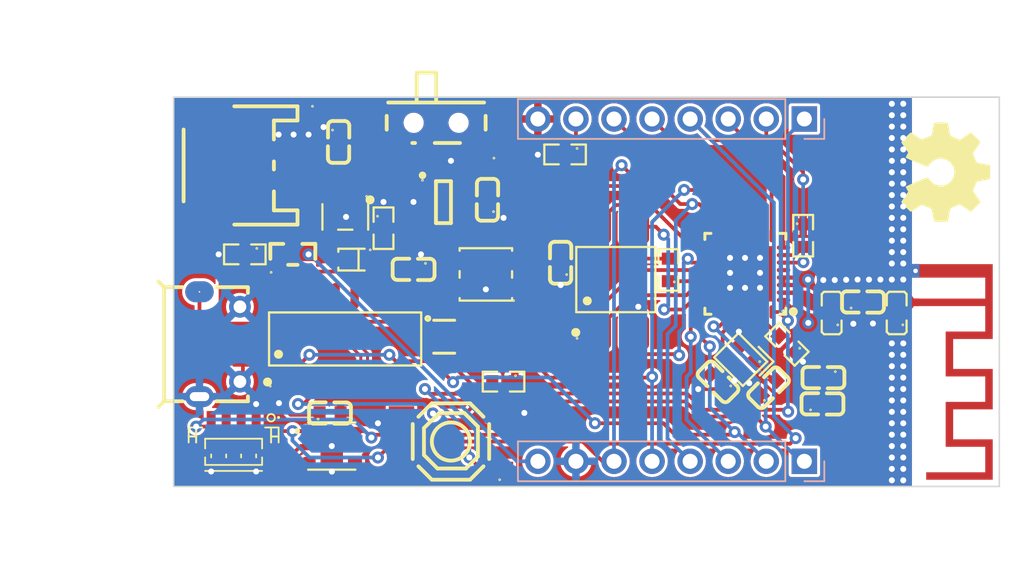
<source format=kicad_pcb>
(kicad_pcb (version 20221018) (generator pcbnew)
  (layers (0 "F.Cu" signal) (31 "B.Cu" signal) (34 "B.Paste" user) (35 "F.Paste" user) (36 "B.SilkS" user "B.Silkscreen") (37 "F.SilkS" user "F.Silkscreen") (38 "B.Mask" user) (39 "F.Mask" user) (44 "Edge.Cuts" user))
  (net 0 "")
  (net 3 "+BATT")
  (net 4 "GND")
  (net 5 "VBUS")
  (net 6 "Net-(D3-K)")
  (net 10 "/UD_N")
  (net 11 "/UD_P")
  (net 12 "Net-(U5-PROG)")
  (net 20 "Net-(U3-EN)")
  (net 21 "+3V3")
  (net 22 "DTR")
  (net 23 "RTS")
  (net 24 "RESET")
  (net 25 "GPIO0")
  (net 33 "Net-(U2-XTAL_OUT)")
  (net 34 "Net-(U2-XTAL_IN)")
  (net 35 "LNA")
  (net 37 "Net-(U2-RES12K)")
  (net 38 "SD_CLK")
  (net 39 "Net-(U2-SDIO_CLK)")
  (net 40 "Net-(U2-CHIP_PU)")
  (net 41 "GPIO15")
  (net 42 "ADC")
  (net 43 "GPIO16")
  (net 44 "GPIO14")
  (net 45 "GPIO12")
  (net 46 "GPIO13")
  (net 47 "GPIO2")
  (net 48 "GPIO4")
  (net 49 "SD_HD")
  (net 50 "SD_WP")
  (net 51 "SD_CS0")
  (net 52 "SD_SO")
  (net 53 "SD_SI")
  (net 54 "GPIO5")
  (net 55 "U0RXD")
  (net 56 "U0TXD")
  (net 57 "NEOPIXEL_OUT")
  (net 58 "ANT")
  (footprint "jlc_footprints:R0603" (layer "F.Cu") (at 98.921283 139.488329 135)
    (fp_text reference "R1" hide)
    (fp_text value "12k")
  )
  (footprint "jlc_footprints:C0603" (layer "F.Cu") (at 104 136.683822)
    (fp_text reference "C6" hide)
    (fp_text value "5.6p")
  )
  (footprint "jlc_footprints:SC-70-6_L2.2-W1.3-P0.65-LS2.1-BR" (layer "F.Cu") (at 76.050038 139 180)
    (fp_text reference "U9" hide)
    (fp_text value "UMH3N")
  )
  (footprint "jlc_footprints:SOT-25-5_L2.9-W1.6-P0.95-LS2.8-BL" (layer "F.Cu") (at 76 130 -90)
    (fp_text reference "U3" hide)
    (fp_text value "AP2112K-3_3TRG1")
  )
  (footprint "jlc_footprints:C0603" (layer "F.Cu") (at 69 126 -90)
    (fp_text reference "C5" hide)
    (fp_text value "4.7u")
  )
  (footprint "jlc_footprints:R0603" (layer "F.Cu") (at 62.746634 133.5 180)
    (fp_text reference "R7" hide)
    (fp_text value "10k")
  )
  (footprint "jlc_footprints:R0603" (layer "F.Cu") (at 80.01 142 180)
    (fp_text reference "R5" hide)
    (fp_text value "10k")
  )
  (footprint "jlc_footprints:R0603" (layer "F.Cu") (at 84.115415 126.826909 180)
    (fp_text reference "R6" hide)
    (fp_text value "10k")
  )
  (footprint "jlc_footprints:C0603" (layer "F.Cu") (at 74 134.5 180)
    (fp_text reference "C7" hide)
    (fp_text value "1u")
  )
  (footprint "jlc_footprints:SOT-23_L2.9-W1.3-P1.90-LS2.4-BR" (layer "F.Cu") (at 65.950013 133.5 -90)
    (fp_text reference "Q1" hide)
    (fp_text value "AO3401A")
  )
  (footprint "jlc_footprints:SW-SMD_MK-12C02-G020" (layer "F.Cu") (at 75.51288 125.067438 180)
    (fp_text reference "U6" hide)
    (fp_text value "MK-12C02-G020")
  )
  (footprint "jlc_footprints:L0603" (layer "F.Cu") (at 106.250376 137.408299 90)
    (fp_text reference "L2" hide)
    (fp_text value "DNP")
  )
  (footprint "jlc_footprints:C0603" (layer "F.Cu") (at 97.69768 142.405213 45)
    (fp_text reference "C4" hide)
    (fp_text value "10p")
  )
  (footprint "jlc_footprints:C0603" (layer "F.Cu") (at 101.346 141.732 180)
    (fp_text reference "C2" hide)
    (fp_text value "100n")
  )
  (footprint "jlc_footprints:QFN-32_L5.0-W5.0-P0.50-BL-EP3.7" (layer "F.Cu") (at 96.143101 134.800144 90)
    (fp_text reference "U2" hide)
    (fp_text value "ESP8266EX")
  )
  (footprint "jlc_footprints:L0603" (layer "F.Cu") (at 101.911205 137.411112 90)
    (fp_text reference "L1" hide)
    (fp_text value "DNP")
  )
  (footprint "jlc_footprints:R0603" (layer "F.Cu") (at 91.001299 134.538735 90)
    (fp_text reference "R2" hide)
    (fp_text value "200")
  )
  (footprint "RF_Antenna:Texas_SWRA117D_2.4GHz_Right" (layer "F.Cu") (at 107.5 136.703268 -90)
    (fp_text reference "E2" hide)
    (fp_text value "Antenna_Trace")
  )
  (footprint "jlc_footprints:CONN-SMD_BM04B-SRSS-TB" (layer "F.Cu") (at 62 146 180)
    (fp_text reference "REF1" hide)
    (fp_text value "BM04B-SRSS-TB(LF)(SN)")
  )
  (footprint "jlc_footprints:C0603" (layer "F.Cu") (at 94.318168 142.005008 135)
    (fp_text reference "C3" hide)
    (fp_text value "10p")
  )
  (footprint "jlc_footprints:SOD-323_L1.8-W1.3-LS2.5-RD" (layer "F.Cu") (at 69.88864 133.850236 180)
    (fp_text reference "D3" hide)
    (fp_text value "BAT20JFILM")
  )
  (footprint "jlc_footprints:R0603" (layer "F.Cu") (at 100 132.253366 -90)
    (fp_text reference "R3" hide)
    (fp_text value "10k")
  )
  (footprint "jlc_footprints:SW-SMD_4P-L5.1-W5.1-P3.70-LS6.5-TL-2" (layer "F.Cu") (at 76.5 146 180)
    (fp_text reference "U10" hide)
    (fp_text value "TS-1187A-B-A-B")
  )
  (footprint "jlc_footprints:C0603" (layer "F.Cu") (at 68.436228 144.100254)
    (fp_text reference "C8" hide)
    (fp_text value "100n")
  )
  (footprint "Symbol:OSHW-Symbol_6.7x6mm_SilkScreen" (layer "F.Cu") (at 109.5 128 -90)
    (fp_text reference "OSHW1" hide)
    (fp_text value "github.com/besi/stepomatic" hide)
  )
  (footprint "jlc_footprints:SOIC-8_L5.3-W5.3-P1.27-LS8.0-BL" (layer "F.Cu") (at 87.5 135.183822)
    (fp_text reference "U11" hide)
    (fp_text value "W25Q128JVSIQTR" hide)
  )
  (footprint "jlc_footprints:SENSOR-SMD_HDC1080DMBR" (layer "F.Cu") (at 68.547498 146.304)
    (fp_text reference "U4" hide)
    (fp_text value "HDC1080DMBR")
  )
  (footprint "jlc_footprints:CONN-SMD_P2.00_S2B-PH-SM4-TB-LF-SN" (layer "F.Cu") (at 63.035907 127.562541 -90)
    (fp_text reference "U7" hide)
    (fp_text value "S2B-PH-SM4-TB(LF)(SN)")
  )
  (footprint "jlc_footprints:MICRO-USB-SMD_1050171001" (layer "F.Cu") (at 61.170096 139.5 -90)
    (fp_text reference "JP1" hide)
    (fp_text value "USB_B_Micro")
  )
  (footprint "jlc_footprints:C0603" (layer "F.Cu") (at 101.296852 143.487695)
    (fp_text reference "C1" hide)
    (fp_text value "10u")
  )
  (footprint "jlc_footprints:C0603" (layer "F.Cu") (at 78.93893 129.848327 90)
    (fp_text reference "C9" hide)
    (fp_text value "2.2u")
  )
  (footprint "jlc_footprints:LED-SMD_4P-L3.5-W3.5-BR_SK6812MINI-HS" (layer "F.Cu") (at 78.829171 134.839072)
    (fp_text reference "U8" hide)
    (fp_text value "SK6812MINI-HS")
  )
  (footprint "jlc_footprints:CRYSTAL-SMD_4P-L2.0-W1.6-BL" (layer "F.Cu") (at 95.830055 140.522766 135)
    (fp_text reference "Y1" hide)
    (fp_text value "26Mhz")
  )
  (footprint "jlc_footprints:SOT-23-5_L3.0-W1.7-P0.95-LS2.8-BL" (layer "F.Cu") (at 69.449962 131 180)
    (fp_text reference "U5" hide)
    (fp_text value "MCP73831T-2ACI_OT")
  )
  (footprint "jlc_footprints:SOP-16_L10.0-W3.9-P1.27-LS6.0-BL" (layer "F.Cu") (at 69.438663 139.151129)
    (fp_text reference "U13" hide)
    (fp_text value "CH340C")
  )
  (footprint "jlc_footprints:C0603" (layer "F.Cu") (at 83.82 134.050025 90)
    (fp_text reference "C10" hide)
    (fp_text value "100n")
  )
  (footprint "jlc_footprints:R0603" (layer "F.Cu") (at 72 131.753366 -90)
    (fp_text reference "R4" hide)
    (fp_text value "2k")
  )
  (footprint "Connector_PinHeader_2.54mm:PinHeader_1x08_P2.54mm_Vertical" (layer "B.Cu") (at 100.08 147.32 90)
    (fp_text reference "J2" hide)
    (fp_text value "Conn_01x08")
  )
  (footprint "Connector_PinHeader_2.54mm:PinHeader_1x08_P2.54mm_Vertical" (layer "B.Cu") (at 100.08 124.46 90)
    (fp_text reference "J1" hide)
    (fp_text value "Conn_01x08")
  )
  (gr_rect (start 58 123) (end 113.092933 149) (stroke (width 0.1)) (fill none) (layer "Edge.Cuts"))
  (segment (start 69.449962 130.949962) (end 69.5 131) (width 0.25) (layer "F.Cu") (net 4))
  (segment (start 64.23749 147.26251) (end 63.5 148) (width 0.25) (layer "F.Cu") (net 4))
  (segment (start 60.019855 140.799848) (end 59.720134 140.500127) (width 0.25) (layer "F.Cu") (net 4))
  (segment (start 59.720134 140.500127) (end 59.720134 138.499873) (width 0.25) (layer "F.Cu") (net 4))
  (segment (start 93.000012 142.5) (end 93 142.500012) (width 0.25) (layer "F.Cu") (net 4))
  (segment (start 65.960977 126.562541) (end 65.960977 125.539023) (width 0.25) (layer "F.Cu") (net 4))
  (segment (start 72.258191 144.149809) (end 71.628 144.78) (width 0.25) (layer "F.Cu") (net 4))
  (segment (start 95.723908 138.674641) (end 95.723908 139.638928) (width 0.25) (layer "F.Cu") (net 4))
  (segment (start 61.993268 133.5) (end 61 133.5) (width 0.25) (layer "F.Cu") (net 4))
  (segment (start 99.453993 140.133331) (end 99.988737 140.668075) (width 0.25) (layer "F.Cu") (net 4))
  (segment (start 94.81316 142.5) (end 95.39176 141.9214) (width 0.25) (layer "F.Cu") (net 4))
  (segment (start 65.960977 125.539023) (end 66 125.5) (width 0.25) (layer "F.Cu") (net 4))
  (segment (start 107.5 134.603268) (end 109.700234 134.603268) (width 0.25) (layer "F.Cu") (net 4))
  (segment (start 63.5 144.73749) (end 63.5 143.5) (width 0.25) (layer "F.Cu") (net 4))
  (segment (start 64.993654 143.406047) (end 65.025452 143.437845) (width 0.25) (layer "F.Cu") (net 4))
  (segment (start 68.547371 146.304) (end 68.547371 147.99935) (width 0.25) (layer "F.Cu") (net 4))
  (segment (start 64.799975 147.26251) (end 64.23749 147.26251) (width 0.25) (layer "F.Cu") (net 4))
  (segment (start 67 146.304) (end 66.469698 146.304) (width 0.25) (layer "F.Cu") (net 4))
  (segment (start 62.620058 141.800102) (end 62.42016 142) (width 0.25) (layer "F.Cu") (net 4))
  (segment (start 82.314826 126.826909) (end 82.29747 126.844265) (width 0.25) (layer "F.Cu") (net 4))
  (segment (start 89.405004 137.405004) (end 89 137) (width 0.25) (layer "F.Cu") (net 4))
  (segment (start 77.762944 126.558167) (end 77.195833 126.558167) (width 0.25) (layer "F.Cu") (net 4))
  (segment (start 62.620058 140.799848) (end 60.019855 140.799848) (width 0.25) (layer "F.Cu") (net 4))
  (segment (start 79.799975 144.149784) (end 81.337301 144.149784) (width 0.25) (layer "F.Cu") (net 4))
  (segment (start 80.27926 135.739123) (end 78.92912 135.739123) (width 0.25) (layer "F.Cu") (net 4))
  (segment (start 67.615977 144.22048) (end 65.808087 144.22048) (width 0.25) (layer "F.Cu") (net 4))
  (segment (start 59.76251 147.26251) (end 60.5 148) (width 0.25) (layer "F.Cu") (net 4))
  (segment (start 95.936202 141.406604) (end 95.421406 141.9214) (width 0.25) (layer "F.Cu") (net 4))
  (segment (start 81.337301 144.149784) (end 81.396845 144.09024) (width 0.25) (layer "F.Cu") (net 4))
  (segment (start 65.960977 126.562541) (end 65.960977 126.460977) (width 0.25) (layer "F.Cu") (net 4))
  (segment (start 74.000533 129.999467) (end 74 130) (width 0.25) (layer "F.Cu") (net 4))
  (segment (start 73.200025 144.149809) (end 72.258191 144.149809) (width 0.25) (layer "F.Cu") (net 4))
  (segment (start 83.362049 126.826909) (end 82.314826 126.826909) (width 0.25) (layer "F.Cu") (net 4))
  (segment (start 66.469698 146.304) (end 65.511188 147.26251) (width 0.25) (layer "F.Cu") (net 4))
  (segment (start 107.171268 134.603268) (end 106.68 134.112) (width 0.25) (layer "F.Cu") (net 4))
  (segment (start 83.82 134.75005) (end 83.82 135.550025) (width 0.25) (layer "F.Cu") (net 4))
  (segment (start 67 146.304) (end 68.547371 146.304) (width 0.25) (layer "F.Cu") (net 4))
  (segment (start 77.195833 126.558167) (end 76.5 127.254) (width 0.25) (layer "F.Cu") (net 4))
  (segment (start 62.620058 140.799848) (end 62.620058 141.800102) (width 0.25) (layer "F.Cu") (net 4))
  (segment (start 65.960977 126.539023) (end 67 125.5) (width 0.25) (layer "F.Cu") (net 4))
  (segment (start 65.960977 126.460977) (end 65 125.5) (width 0.25) (layer "F.Cu") (net 4))
  (segment (start 59.200025 147.26251) (end 59.76251 147.26251) (width 0.25) (layer "F.Cu") (net 4))
  (segment (start 97.202688 142.900205) (end 96.401241 142.098759) (width 0.25) (layer "F.Cu") (net 4))
  (segment (start 69 125.299975) (end 68.299975 125.299975) (width 0.25) (layer "F.Cu") (net 4))
  (segment (start 95.936202 141.406604) (end 95.936202 141.633719) (width 0.25) (layer "F.Cu") (net 4))
  (segment (start 89.405004 138.713921) (end 89.405004 137.405004) (width 0.25) (layer "F.Cu") (net 4))
  (segment (start 95.39176 141.9214) (end 95.421406 141.9214) (width 0.25) (layer "F.Cu") (net 4))
  (segment (start 59.720134 136) (end 59.720134 138.499873) (width 0.25) (layer "F.Cu") (net 4))
  (segment (start 78.93893 130.548352) (end 79.494352 130.548352) (width 0.25) (layer "F.Cu") (net 4))
  (segment (start 74.700025 133.700025) (end 74.5 133.5) (width 0.25) (layer "F.Cu") (net 4))
  (segment (start 67.736203 144.100254) (end 67.615977 144.22048) (width 0.25) (layer "F.Cu") (net 4))
  (segment (start 107.5 134.603268) (end 107.171268 134.603268) (width 0.25) (layer "F.Cu") (net 4))
  (segment (start 65.511188 147.26251) (end 64.799975 147.26251) (width 0.25) (layer "F.Cu") (net 4))
  (segment (start 65.960977 126.562541) (end 65.960977 126.539023) (width 0.25) (layer "F.Cu") (net 4))
  (segment (start 79.494352 130.548352) (end 80.01 131.064) (width 0.25) (layer "F.Cu") (net 4))
  (segment (start 68.299975 125.299975) (end 68 125) (width 0.25) (layer "F.Cu") (net 4))
  (segment (start 65.808087 144.22048) (end 65.025452 143.437845) (width 0.25) (layer "F.Cu") (net 4))
  (segment (start 78.92912 135.739123) (end 78.829171 135.839072) (width 0.25) (layer "F.Cu") (net 4))
  (segment (start 74.700025 129.999467) (end 74.000533 129.999467) (width 0.25) (layer "F.Cu") (net 4))
  (segment (start 95.936202 141.633719) (end 96.401241 142.098759) (width 0.25) (layer "F.Cu") (net 4))
  (segment (start 69.449962 129.84633) (end 69.449962 130.949962) (width 0.25) (layer "F.Cu") (net 4))
  (segment (start 99.453993 140.021039) (end 99.453993 140.133331) (width 0.25) (layer "F.Cu") (net 4))
  (segment (start 74.700025 134.5) (end 74.700025 133.700025) (width 0.25) (layer "F.Cu") (net 4))
  (segment (start 72 131) (end 72 130) (width 0.25) (layer "F.Cu") (net 4))
  (segment (start 95.710963 138.661696) (end 95.723908 138.674641) (width 0.25) (layer "F.Cu") (net 4))
  (segment (start 94.81316 142.5) (end 93.000012 142.5) (width 0.25) (layer "F.Cu") (net 4))
  (segment (start 68.547371 147.99935) (end 68.555549 148.007528) (width 0.25) (layer "F.Cu") (net 4))
  (segment (start 64.993654 142.023621) (end 64.993654 143.406047) (width 0.25) (layer "F.Cu") (net 4))
  (via (at 68 125) (size 0.8) (drill 0.4) (layers "F.Cu" "B.Cu") (net 4))
  (via (at 105.918 135.183012) (size 0.8) (drill 0.4) (layers "F.Cu" "B.Cu") (net 4))
  (via (at 89 137) (size 0.8) (drill 0.4) (layers "F.Cu" "B.Cu") (net 4))
  (via (at 106.68 128.778) (size 0.8) (drill 0.4) (layers "F.Cu" "B.Cu") (net 4))
  (via (at 105.918 143.256) (size 0.8) (drill 0.4) (layers "F.Cu" "B.Cu") (net 4))
  (via (at 105.918 144.018) (size 0.8) (drill 0.4) (layers "F.Cu" "B.Cu") (net 4))
  (via (at 106.68 141.732) (size 0.8) (drill 0.4) (layers "F.Cu" "B.Cu") (net 4))
  (via (at 63.5 143.5) (size 0.8) (drill 0.4) (layers "F.Cu" "B.Cu") (net 4))
  (via (at 74 130) (size 0.8) (drill 0.4) (layers "F.Cu" "B.Cu") (net 4))
  (via (at 97.121964 135.73606) (size 0.8) (drill 0.4) (layers "F.Cu" "B.Cu") (net 4))
  (via (at 105.918 123.444) (size 0.8) (drill 0.4) (layers "F.Cu" "B.Cu") (net 4))
  (via (at 105.918 139.446) (size 0.8) (drill 0.4) (layers "F.Cu" "B.Cu") (net 4))
  (via (at 83.82 135.550025) (size 0.8) (drill 0.4) (layers "F.Cu" "B.Cu") (net 4))
  (via (at 106.68 126.492) (size 0.8) (drill 0.4) (layers "F.Cu" "B.Cu") (net 4))
  (via (at 102.108 135.216567) (size 0.8) (drill 0.4) (layers "F.Cu" "B.Cu") (net 4))
  (via (at 81.396845 144.09024) (size 0.8) (drill 0.4) (layers "F.Cu" "B.Cu") (net 4))
  (via (at 95.421406 141.9214) (size 0.8) (drill 0.4) (layers "F.Cu" "B.Cu") (net 4))
  (via (at 105.918 147.066) (size 0.8) (drill 0.4) (layers "F.Cu" "B.Cu") (net 4))
  (via (at 106.68 135.183012) (size 0.8) (drill 0.4) (layers "F.Cu" "B.Cu") (net 4))
  (via (at 80.01 131.064) (size 0.8) (drill 0.4) (layers "F.Cu" "B.Cu") (net 4))
  (via (at 105.918 128.778) (size 0.8) (drill 0.4) (layers "F.Cu" "B.Cu") (net 4))
  (via (at 74.5 133.5) (size 0.8) (drill 0.4) (layers "F.Cu" "B.Cu") (net 4))
  (via (at 95.710963 138.661696) (size 0.8) (drill 0.4) (layers "F.Cu" "B.Cu") (net 4))
  (via (at 93 142.500012) (size 0.8) (drill 0.4) (layers "F.Cu" "B.Cu") (net 4))
  (via (at 105.918 131.064) (size 0.8) (drill 0.4) (layers "F.Cu" "B.Cu") (net 4))
  (via (at 106.68 144.018) (size 0.8) (drill 0.4) (layers "F.Cu" "B.Cu") (net 4))
  (via (at 106.68 124.206) (size 0.8) (drill 0.4) (layers "F.Cu" "B.Cu") (net 4))
  (via (at 95.121964 135.73606) (size 0.8) (drill 0.4) (layers "F.Cu" "B.Cu") (net 4))
  (via (at 106.68 147.066) (size 0.8) (drill 0.4) (layers "F.Cu" "B.Cu") (net 4))
  (via (at 105.918 133.35) (size 0.8) (drill 0.4) (layers "F.Cu" "B.Cu") (net 4))
  (via (at 105.918 144.78) (size 0.8) (drill 0.4) (layers "F.Cu" "B.Cu") (net 4))
  (via (at 105.918 140.97) (size 0.8) (drill 0.4) (layers "F.Cu" "B.Cu") (net 4))
  (via (at 103.632 135.183012) (size 0.8) (drill 0.4) (layers "F.Cu" "B.Cu") (net 4))
  (via (at 105.918 134.112) (size 0.8) (drill 0.4) (layers "F.Cu" "B.Cu") (net 4))
  (via (at 106.68 132.588) (size 0.8) (drill 0.4) (layers "F.Cu" "B.Cu") (net 4))
  (via (at 61 133.5) (size 0.8) (drill 0.4) (layers "F.Cu" "B.Cu") (net 4))
  (via (at 106.68 131.826) (size 0.8) (drill 0.4) (layers "F.Cu" "B.Cu") (net 4))
  (via (at 106.68 129.54) (size 0.8) (drill 0.4) (layers "F.Cu" "B.Cu") (net 4))
  (via (at 105.918 124.968) (size 0.8) (drill 0.4) (layers "F.Cu" "B.Cu") (net 4))
  (via (at 68.547498 146.304) (size 0.8) (drill 0.4) (layers "F.Cu" "B.Cu") (net 4))
  (via (at 105.918 124.206) (size 0.8) (drill 0.4) (layers "F.Cu" "B.Cu") (net 4))
  (via (at 106.68 145.542) (size 0.8) (drill 0.4) (layers "F.Cu" "B.Cu") (net 4))
  (via (at 106.68 142.494) (size 0.8) (drill 0.4) (layers "F.Cu" "B.Cu") (net 4))
  (via (at 105.918 141.732) (size 0.8) (drill 0.4) (layers "F.Cu" "B.Cu") (net 4))
  (via (at 106.68 127.254) (size 0.8) (drill 0.4) (layers "F.Cu" "B.Cu") (net 4))
  (via (at 96.121964 135.73606) (size 0.8) (drill 0.4) (layers "F.Cu" "B.Cu") (net 4))
  (via (at 76.5 127.254) (size 0.8) (drill 0.4) (layers "F.Cu" "B.Cu") (net 4))
  (via (at 69.5 131) (size 0.8) (drill 0.4) (layers "F.Cu" "B.Cu") (net 4))
  (via (at 105.918 132.588) (size 0.8) (drill 0.4) (layers "F.Cu" "B.Cu") (net 4))
  (via (at 106.68 125.73) (size 0.8) (drill 0.4) (layers "F.Cu" "B.Cu") (net 4))
  (via (at 105.918 148.59) (size 0.8) (drill 0.4) (layers "F.Cu" "B.Cu") (net 4))
  (via (at 65.025452 143.437845) (size 0.8) (drill 0.4) (layers "F.Cu" "B.Cu") (net 4))
  (via (at 105.918 131.826) (size 0.8) (drill 0.4) (layers "F.Cu" "B.Cu") (net 4))
  (via (at 106.68 144.78) (size 0.8) (drill 0.4) (layers "F.Cu" "B.Cu") (net 4))
  (via (at 106.68 133.35) (size 0.8) (drill 0.4) (layers "F.Cu" "B.Cu") (net 4))
  (via (at 106.68 134.112) (size 0.8) (drill 0.4) (layers "F.Cu" "B.Cu") (net 4))
  (via (at 101.346 135.216567) (size 0.8) (drill 0.4) (layers "F.Cu" "B.Cu") (net 4))
  (via (at 63.5 148) (size 0.8) (drill 0.4) (layers "F.Cu" "B.Cu") (net 4))
  (via (at 105.918 146.304) (size 0.8) (drill 0.4) (layers "F.Cu" "B.Cu") (net 4))
  (via (at 96.121964 133.73606) (size 0.8) (drill 0.4) (layers "F.Cu" "B.Cu") (net 4))
  (via (at 105.918 127.254) (size 0.8) (drill 0.4) (layers "F.Cu" "B.Cu") (net 4))
  (via (at 105.918 147.828) (size 0.8) (drill 0.4) (layers "F.Cu" "B.Cu") (net 4))
  (via (at 105.918 128.016) (size 0.8) (drill 0.4) (layers "F.Cu" "B.Cu") (net 4))
  (via (at 105.918 126.492) (size 0.8) (drill 0.4) (layers "F.Cu" "B.Cu") (net 4))
  (via (at 106.68 123.444) (size 0.8) (drill 0.4) (layers "F.Cu" "B.Cu") (net 4))
  (via (at 106.68 140.97) (size 0.8) (drill 0.4) (layers "F.Cu" "B.Cu") (net 4))
  (via (at 106.68 140.208) (size 0.8) (drill 0.4) (layers "F.Cu" "B.Cu") (net 4))
  (via (at 105.918 125.73) (size 0.8) (drill 0.4) (layers "F.Cu" "B.Cu") (net 4))
  (via (at 106.68 147.828) (size 0.8) (drill 0.4) (layers "F.Cu" "B.Cu") (net 4))
  (via (at 82.29747 126.844265) (size 0.8) (drill 0.4) (layers "F.Cu" "B.Cu") (net 4))
  (via (at 72 130) (size 0.8) (drill 0.4) (layers "F.Cu" "B.Cu") (net 4))
  (via (at 106.68 148.59) (size 0.8) (drill 0.4) (layers "F.Cu" "B.Cu") (net 4))
  (via (at 106.68 128.016) (size 0.8) (drill 0.4) (layers "F.Cu" "B.Cu") (net 4))
  (via (at 60.5 148) (size 0.8) (drill 0.4) (layers "F.Cu" "B.Cu") (net 4))
  (via (at 95.121964 134.73606) (size 0.8) (drill 0.4) (layers "F.Cu" "B.Cu") (net 4))
  (via (at 106.68 146.304) (size 0.8) (drill 0.4) (layers "F.Cu" "B.Cu") (net 4))
  (via (at 105.156 135.183012) (size 0.8) (drill 0.4) (layers "F.Cu" "B.Cu") (net 4))
  (via (at 104.658152 138.119042) (size 0.8) (drill 0.4) (layers "F.Cu" "B.Cu") (net 4))
  (via (at 106.68 124.968) (size 0.8) (drill 0.4) (layers "F.Cu" "B.Cu") (net 4))
  (via (at 97.121964 133.73606) (size 0.8) (drill 0.4) (layers "F.Cu" "B.Cu") (net 4))
  (via (at 105.918 130.302) (size 0.8) (drill 0.4) (layers "F.Cu" "B.Cu") (net 4))
  (via (at 105.918 142.494) (size 0.8) (drill 0.4) (layers "F.Cu" "B.Cu") (net 4))
  (via (at 102.87 135.199789) (size 0.8) (drill 0.4) (layers "F.Cu" "B.Cu") (net 4))
  (via (at 104.394 135.186065) (size 0.8) (drill 0.4) (layers "F.Cu" "B.Cu") (net 4))
  (via (at 71.628 144.78) (size 0.8) (drill 0.4) (layers "F.Cu" "B.Cu") (net 4))
  (via (at 66 125.5) (size 0.8) (drill 0.4) (layers "F.Cu" "B.Cu") (net 4))
  (via (at 65 125.5) (size 0.8) (drill 0.4) (layers "F.Cu" "B.Cu") (net 4))
  (via (at 105.918 145.542) (size 0.8) (drill 0.4) (layers "F.Cu" "B.Cu") (net 4))
  (via (at 99.988737 140.668075) (size 0.8) (drill 0.4) (layers "F.Cu" "B.Cu") (net 4))
  (via (at 106.68 131.064) (size 0.8) (drill 0.4) (layers "F.Cu" "B.Cu") (net 4))
  (via (at 78.829171 135.839072) (size 0.8) (drill 0.4) (layers "F.Cu" "B.Cu") (net 4))
  (via (at 106.68 130.302) (size 0.8) (drill 0.4) (layers "F.Cu" "B.Cu") (net 4))
  (via (at 95.121964 133.73606) (size 0.8) (drill 0.4) (layers "F.Cu" "B.Cu") (net 4))
  (via (at 97.121964 134.73606) (size 0.8) (drill 0.4) (layers "F.Cu" "B.Cu") (net 4))
  (via (at 105.918 140.208) (size 0.8) (drill 0.4) (layers "F.Cu" "B.Cu") (net 4))
  (via (at 103.349521 138.13582) (size 0.8) (drill 0.4) (layers "F.Cu" "B.Cu") (net 4))
  (via (at 96.401241 142.098759) (size 0.8) (drill 0.4) (layers "F.Cu" "B.Cu") (net 4))
  (via (at 106.68 139.446) (size 0.8) (drill 0.4) (layers "F.Cu" "B.Cu") (net 4))
  (via (at 67 125.5) (size 0.8) (drill 0.4) (layers "F.Cu" "B.Cu") (net 4))
  (via (at 106.68 143.256) (size 0.8) (drill 0.4) (layers "F.Cu" "B.Cu") (net 4))
  (via (at 68.555549 148.007528) (size 0.8) (drill 0.4) (layers "F.Cu" "B.Cu") (net 4))
  (via (at 105.918 129.54) (size 0.8) (drill 0.4) (layers "F.Cu" "B.Cu") (net 4))
  (via (at 67 133.5) (size 0.8) (drill 0.4) (layers "F.Cu" "B.Cu") (net 5))
  (segment (start 82.3 147.32) (end 80.900396 147.32) (width 0.25) (layer "B.Cu") (net 5))
  (segment (start 80.900396 147.32) (end 67.080396 133.5) (width 0.25) (layer "B.Cu") (net 5))
  (segment (start 67.080396 133.5) (end 67 133.5) (width 0.25) (layer "B.Cu") (net 5))
  (segment (start 73.149962 134.650013) (end 71 134.650013) (width 0.25) (layer "F.Cu") (net 6))
  (segment (start 74.700025 129.050267) (end 73.853717 129.050267) (width 0.25) (layer "F.Cu") (net 6))
  (segment (start 71 134.650013) (end 66.900026 134.650013) (width 0.25) (layer "F.Cu") (net 6))
  (segment (start 74.338978 129.050267) (end 74.700025 129.050267) (width 0.25) (layer "F.Cu") (net 6))
  (segment (start 73.263071 126.558167) (end 73.263071 127.97436) (width 0.25) (layer "F.Cu") (net 6))
  (segment (start 73.263071 127.97436) (end 74.338978 129.050267) (width 0.25) (layer "F.Cu") (net 6))
  (segment (start 71.061233 134.58878) (end 71 134.650013) (width 0.25) (layer "F.Cu") (net 6))
  (segment (start 73.853717 129.050267) (end 73.225 129.678984) (width 0.25) (layer "F.Cu") (net 6))
  (segment (start 73.225 129.678984) (end 73.225 134.425025) (width 0.25) (layer "F.Cu") (net 6))
  (segment (start 73.225 134.425025) (end 73.299975 134.5) (width 0.25) (layer "F.Cu") (net 6))
  (segment (start 71.061233 133.850236) (end 71.061233 134.58878) (width 0.25) (layer "F.Cu") (net 6))
  (segment (start 73.299975 134.5) (end 73.149962 134.650013) (width 0.25) (layer "F.Cu") (net 6))
  (segment (start 70.933665 140.115465) (end 70.933665 140.741114) (width 0.2) (layer "F.Cu") (net 10))
  (segment (start 63.732562 138.94988) (end 69.76808 138.94988) (width 0.2) (layer "F.Cu") (net 10))
  (segment (start 62.620058 138.849886) (end 63.632568 138.849886) (width 0.2) (layer "F.Cu") (net 10))
  (segment (start 69.76808 138.94988) (end 70.933665 140.115465) (width 0.2) (layer "F.Cu") (net 10))
  (segment (start 71.343667 141.151116) (end 71.343667 142.023621) (width 0.2) (layer "F.Cu") (net 10))
  (segment (start 63.632568 138.849886) (end 63.732562 138.94988) (width 0.2) (layer "F.Cu") (net 10))
  (segment (start 70.933665 140.741114) (end 71.343667 141.151116) (width 0.2) (layer "F.Cu") (net 10))
  (segment (start 69.581679 139.399879) (end 70.483666 140.301866) (width 0.2) (layer "F.Cu") (net 11))
  (segment (start 62.620058 139.499873) (end 63.632568 139.499873) (width 0.2) (layer "F.Cu") (net 11))
  (segment (start 63.732562 139.399879) (end 69.581679 139.399879) (width 0.2) (layer "F.Cu") (net 11))
  (segment (start 70.483666 140.301866) (end 70.483666 140.741114) (width 0.2) (layer "F.Cu") (net 11))
  (segment (start 70.073664 141.151116) (end 70.073664 142.023621) (width 0.2) (layer "F.Cu") (net 11))
  (segment (start 63.632568 139.499873) (end 63.732562 139.399879) (width 0.2) (layer "F.Cu") (net 11))
  (segment (start 70.483666 140.741114) (end 70.073664 141.151116) (width 0.2) (layer "F.Cu") (net 11))
  (segment (start 70.399924 132.15367) (end 71.646938 132.15367) (width 0.25) (layer "F.Cu") (net 12))
  (segment (start 71.646938 132.15367) (end 72 132.506732) (width 0.25) (layer "F.Cu") (net 12))
  (segment (start 75.502476 130.949682) (end 75.577476 130.874682) (width 0.25) (layer "F.Cu") (net 20))
  (segment (start 75.577476 130.874682) (end 75.577476 127.372699) (width 0.25) (layer "F.Cu") (net 20))
  (segment (start 75.577476 127.372699) (end 74.762944 126.558167) (width 0.25) (layer "F.Cu") (net 20))
  (segment (start 74.700025 130.949682) (end 75.502476 130.949682) (width 0.25) (layer "F.Cu") (net 20))
  (segment (start 98.693266 135.549445) (end 98.693266 135.049064) (width 0.25) (layer "F.Cu") (net 21))
  (segment (start 98.693266 136.550208) (end 100.220754 138.077696) (width 0.25) (layer "F.Cu") (net 21))
  (segment (start 100.220754 138.077696) (end 100.341982 138.077696) (width 0.25) (layer "F.Cu") (net 21))
  (segment (start 96.392021 137.350309) (end 96.892402 137.350309) (width 0.25) (layer "F.Cu") (net 21))
  (via (at 100.341982 138.077696) (size 0.8) (drill 0.4) (layers "F.Cu" "B.Cu") (net 21))
  (via (at 100.323842 135.183041) (size 0.8) (drill 0.4) (layers "F.Cu" "B.Cu") (net 21))
  (segment (start 100.341982 135.201181) (end 100.323842 135.183041) (width 0.25) (layer "B.Cu") (net 21))
  (segment (start 100.341982 138.077696) (end 100.341982 135.201181) (width 0.25) (layer "B.Cu") (net 21))
  (segment (start 76.489992 139) (end 77 139) (width 0.25) (layer "F.Cu") (net 22))
  (segment (start 73.55 137.55) (end 69.482518 137.55) (width 0.25) (layer "F.Cu") (net 22))
  (segment (start 75.100076 138.350013) (end 74.350013 138.350013) (width 0.25) (layer "F.Cu") (net 22))
  (segment (start 75.100076 138.350013) (end 75.840005 138.350013) (width 0.25) (layer "F.Cu") (net 22))
  (segment (start 68.803662 136.871144) (end 68.803662 136.278637) (width 0.25) (layer "F.Cu") (net 22))
  (segment (start 69.482518 137.55) (end 68.803662 136.871144) (width 0.25) (layer "F.Cu") (net 22))
  (segment (start 74.350013 138.350013) (end 73.55 137.55) (width 0.25) (layer "F.Cu") (net 22))
  (segment (start 75.840005 138.350013) (end 76.489992 139) (width 0.25) (layer "F.Cu") (net 22))
  (segment (start 74.363604 139) (end 75.100076 139) (width 0.25) (layer "F.Cu") (net 23))
  (segment (start 73.363604 138) (end 74.363604 139) (width 0.25) (layer "F.Cu") (net 23))
  (segment (start 68.662515 138) (end 73.363604 138) (width 0.25) (layer "F.Cu") (net 23))
  (segment (start 67.533659 136.871144) (end 68.662515 138) (width 0.25) (layer "F.Cu") (net 23))
  (segment (start 75.100076 139) (end 75.840005 139) (width 0.25) (layer "F.Cu") (net 23))
  (segment (start 75.840005 139) (end 76.489992 139.649987) (width 0.25) (layer "F.Cu") (net 23))
  (segment (start 67.533659 136.278637) (end 67.533659 136.871144) (width 0.25) (layer "F.Cu") (net 23))
  (segment (start 76.489992 139.649987) (end 77 139.649987) (width 0.25) (layer "F.Cu") (net 23))
  (segment (start 75.081347 142.811677) (end 78.444957 142.811677) (width 0.25) (layer "F.Cu") (net 24))
  (segment (start 92.249792 142.793) (end 93.336792 143.88) (width 0.25) (layer "F.Cu") (net 24))
  (segment (start 74.76367 142.494) (end 75.081347 142.811677) (width 0.25) (layer "F.Cu") (net 24))
  (segment (start 93.336792 143.88) (end 98.88 143.88) (width 0.25) (layer "F.Cu") (net 24))
  (segment (start 97.893165 137.350309) (end 98.408954 137.350309) (width 0.25) (layer "F.Cu") (net 24))
  (segment (start 78.496662 142.793) (end 92.249792 142.793) (width 0.25) (layer "F.Cu") (net 24))
  (segment (start 78.508191 147.850191) (end 77.724 147.066) (width 0.25) (layer "F.Cu") (net 24))
  (segment (start 79.799975 147.850191) (end 78.508191 147.850191) (width 0.25) (layer "F.Cu") (net 24))
  (segment (start 98.408954 137.350309) (end 98.981201 137.922556) (width 0.25) (layer "F.Cu") (net 24))
  (segment (start 79.256634 142) (end 78.444957 142.811677) (width 0.25) (layer "F.Cu") (net 24))
  (segment (start 98.88 143.88) (end 99 144) (width 0.25) (layer "F.Cu") (net 24))
  (segment (start 78.496662 142.793) (end 75.353649 139.649987) (width 0.25) (layer "F.Cu") (net 24))
  (segment (start 75.353649 139.649987) (end 75.100076 139.649987) (width 0.25) (layer "F.Cu") (net 24))
  (via (at 98.981201 137.922556) (size 0.8) (drill 0.4) (layers "F.Cu" "B.Cu") (net 24))
  (via (at 99 144) (size 0.8) (drill 0.4) (layers "F.Cu" "B.Cu") (net 24))
  (via (at 74.76367 142.494) (size 0.8) (drill 0.4) (layers "F.Cu" "B.Cu") (net 24))
  (via (at 77.724 147.066) (size 0.8) (drill 0.4) (layers "F.Cu" "B.Cu") (net 24))
  (segment (start 98.981201 125.558799) (end 98.981201 137.922556) (width 0.25) (layer "B.Cu") (net 24))
  (segment (start 100.08 124.46) (end 98.981201 125.558799) (width 0.25) (layer "B.Cu") (net 24))
  (segment (start 98.981201 137.922556) (end 98.981201 143.981201) (width 0.25) (layer "B.Cu") (net 24))
  (segment (start 77.724 145.45433) (end 74.76367 142.494) (width 0.25) (layer "B.Cu") (net 24))
  (segment (start 98.981201 143.981201) (end 99 144) (width 0.25) (layer "B.Cu") (net 24))
  (segment (start 77.724 147.066) (end 77.724 145.45433) (width 0.25) (layer "B.Cu") (net 24))
  (segment (start 77 138.350013) (end 77.55 138.350013) (width 0.25) (layer "F.Cu") (net 25))
  (segment (start 94.893419 132.249979) (end 94.893419 131.325226) (width 0.25) (layer "F.Cu") (net 25))
  (segment (start 83.058 141.732) (end 89.865841 141.732) (width 0.25) (layer "F.Cu") (net 25))
  (segment (start 81.879185 140.553185) (end 83.058 141.732) (width 0.25) (layer "F.Cu") (net 25))
  (segment (start 94.893419 131.325226) (end 92.76901 129.200817) (width 0.25) (layer "F.Cu") (net 25))
  (segment (start 79.753172 140.553185) (end 81.879185 140.553185) (width 0.25) (layer "F.Cu") (net 25))
  (segment (start 89.865841 141.732) (end 89.92 141.677841) (width 0.25) (layer "F.Cu") (net 25))
  (segment (start 92.76901 129.200817) (end 92.05893 129.200817) (width 0.25) (layer "F.Cu") (net 25))
  (segment (start 77.55 138.350013) (end 79.753172 140.553185) (width 0.25) (layer "F.Cu") (net 25))
  (via (at 89.92 141.677841) (size 0.8) (drill 0.4) (layers "F.Cu" "B.Cu") (net 25))
  (via (at 92.05893 129.200817) (size 0.8) (drill 0.4) (layers "F.Cu" "B.Cu") (net 25))
  (segment (start 89.92 141.677841) (end 89.92 131.339747) (width 0.25) (layer "B.Cu") (net 25))
  (segment (start 89.92 147.32) (end 89.92 141.677841) (width 0.25) (layer "B.Cu") (net 25))
  (segment (start 89.92 131.339747) (end 92.05893 129.200817) (width 0.25) (layer "B.Cu") (net 25))
  (segment (start 95.3938 137.953553) (end 95.3938 137.350309) (width 0.25) (layer "F.Cu") (net 33))
  (segment (start 94.628019 140.098421) (end 94.628019 138.719334) (width 0.25) (layer "F.Cu") (net 33))
  (segment (start 94.946217 140.416619) (end 94.628019 140.098421) (width 0.25) (layer "F.Cu") (net 33))
  (segment (start 94.628019 138.719334) (end 95.3938 137.953553) (width 0.25) (layer "F.Cu") (net 33))
  (segment (start 93.823176 141.510016) (end 93.85282 141.510016) (width 0.25) (layer "F.Cu") (net 33))
  (segment (start 93.85282 141.510016) (end 94.946217 140.416619) (width 0.25) (layer "F.Cu") (net 33))
  (segment (start 96.713893 140.628913) (end 96.713893 138.639792) (width 0.25) (layer "F.Cu") (net 34))
  (segment (start 98.192672 141.910221) (end 97.995201 141.910221) (width 0.25) (layer "F.Cu") (net 34))
  (segment (start 95.894181 137.82008) (end 95.894181 137.350309) (width 0.25) (layer "F.Cu") (net 34))
  (segment (start 97.995201 141.910221) (end 96.713893 140.628913) (width 0.25) (layer "F.Cu") (net 34))
  (segment (start 96.713893 138.639792) (end 95.894181 137.82008) (width 0.25) (layer "F.Cu") (net 34))
  (segment (start 98.693266 136.049826) (end 100.049826 136.049826) (width 0.25) (layer "F.Cu") (net 35))
  (segment (start 100.049826 136.049826) (end 100.5 136.5) (width 0.25) (layer "F.Cu") (net 35))
  (segment (start 100.5 136.5) (end 101.699991 136.5) (width 0.25) (layer "F.Cu") (net 35))
  (segment (start 101.699991 136.5) (end 101.911205 136.711214) (width 0.25) (layer "F.Cu") (net 35))
  (segment (start 97.392783 137.350309) (end 97.392783 137.959829) (width 0.25) (layer "F.Cu") (net 37))
  (segment (start 97.392783 137.959829) (end 98.388573 138.955619) (width 0.25) (layer "F.Cu") (net 37))
  (segment (start 88.135001 132.463731) (end 89.456639 133.785369) (width 0.25) (layer "F.Cu") (net 38))
  (segment (start 88.135001 131.653723) (end 88.135001 132.463731) (width 0.25) (layer "F.Cu") (net 38))
  (segment (start 89.456639 133.785369) (end 91.001299 133.785369) (width 0.25) (layer "F.Cu") (net 38))
  (segment (start 88.246634 131.54209) (end 88.135001 131.653723) (width 0.25) (layer "F.Cu") (net 38))
  (segment (start 91.001299 135.292101) (end 92.391721 135.292101) (width 0.25) (layer "F.Cu") (net 39))
  (segment (start 92.634758 135.049064) (end 93.592936 135.049064) (width 0.25) (layer "F.Cu") (net 39))
  (segment (start 92.391721 135.292101) (end 92.634758 135.049064) (width 0.25) (layer "F.Cu") (net 39))
  (segment (start 99.45627 133.550462) (end 100 133.006732) (width 0.25) (layer "F.Cu") (net 40))
  (segment (start 98.693266 133.550462) (end 99.45627 133.550462) (width 0.25) (layer "F.Cu") (net 40))
  (segment (start 89.45 127.95) (end 92.790985 127.95) (width 0.25) (layer "F.Cu") (net 41))
  (segment (start 84.868781 126.826909) (end 84.924982 126.770708) (width 0.25) (layer "F.Cu") (net 41))
  (segment (start 84.84 126.798128) (end 84.868781 126.826909) (width 0.25) (layer "F.Cu") (net 41))
  (segment (start 84.84 124.46) (end 84.84 126.798128) (width 0.25) (layer "F.Cu") (net 41))
  (segment (start 95.894181 131.053196) (end 95.894181 132.249979) (width 0.25) (layer "F.Cu") (net 41))
  (segment (start 88.270708 126.770708) (end 89.45 127.95) (width 0.25) (layer "F.Cu") (net 41))
  (segment (start 84.924982 126.770708) (end 88.270708 126.770708) (width 0.25) (layer "F.Cu") (net 41))
  (segment (start 92.790985 127.95) (end 95.894181 131.053196) (width 0.25) (layer "F.Cu") (net 41))
  (segment (start 99.981194 134.050843) (end 98.693266 134.050843) (width 0.25) (layer "F.Cu") (net 42))
  (segment (start 100 128) (end 100 128.5) (width 0.25) (layer "F.Cu") (net 42))
  (segment (start 100.01183 134.020207) (end 99.981194 134.050843) (width 0.25) (layer "F.Cu") (net 42))
  (segment (start 97.54 125.54) (end 100 128) (width 0.25) (layer "F.Cu") (net 42))
  (segment (start 97.54 124.46) (end 97.54 125.54) (width 0.25) (layer "F.Cu") (net 42))
  (via (at 100.01183 134.020207) (size 0.8) (drill 0.4) (layers "F.Cu" "B.Cu") (net 42))
  (via (at 100 128.5) (size 0.8) (drill 0.4) (layers "F.Cu" "B.Cu") (net 42))
  (segment (start 100.01183 134.020207) (end 100.000048 134.008425) (width 0.25) (layer "B.Cu") (net 42))
  (segment (start 100.000048 134.008425) (end 100.000048 128.500048) (width 0.25) (layer "B.Cu") (net 42))
  (segment (start 100.000048 128.500048) (end 100 128.5) (width 0.25) (layer "B.Cu") (net 42))
  (segment (start 98.693266 128.329662) (end 98.693266 133.05008) (width 0.25) (layer "F.Cu") (net 43))
  (segment (start 95 124.636396) (end 98.693266 128.329662) (width 0.25) (layer "F.Cu") (net 43))
  (segment (start 95 124.46) (end 95 124.636396) (width 0.25) (layer "F.Cu") (net 43))
  (segment (start 71.376643 145.55) (end 71.191617 145.735026) (width 0.25) (layer "F.Cu") (net 44))
  (segment (start 85.477604 145.55) (end 71.376643 145.55) (width 0.25) (layer "F.Cu") (net 44))
  (segment (start 70.094996 145.304) (end 70.760591 145.304) (width 0.25) (layer "F.Cu") (net 44))
  (segment (start 93.875 125.875) (end 95.375 125.875) (width 0.25) (layer "F.Cu") (net 44))
  (segment (start 95.375 125.875) (end 97.893165 128.393165) (width 0.25) (layer "F.Cu") (net 44))
  (segment (start 99.5 145.775) (end 99.13 146.145) (width 0.25) (layer "F.Cu") (net 44))
  (segment (start 59.5 145) (end 60.23749 145) (width 0.25) (layer "F.Cu") (net 44))
  (segment (start 92.46 124.46) (end 93.875 125.875) (width 0.25) (layer "F.Cu") (net 44))
  (segment (start 97.893165 128.393165) (end 97.893165 132.249979) (width 0.25) (layer "F.Cu") (net 44))
  (segment (start 70.760591 145.304) (end 71.191617 145.735026) (width 0.25) (layer "F.Cu") (net 44))
  (segment (start 86.072604 146.145) (end 85.477604 145.55) (width 0.25) (layer "F.Cu") (net 44))
  (segment (start 99.13 146.145) (end 86.072604 146.145) (width 0.25) (layer "F.Cu") (net 44))
  (segment (start 60.23749 145) (end 60.5 144.73749) (width 0.25) (layer "F.Cu") (net 44))
  (via (at 71.191617 145.735026) (size 0.8) (drill 0.4) (layers "F.Cu" "B.Cu") (net 44))
  (via (at 99.5 145.775) (size 0.8) (drill 0.4) (layers "F.Cu" "B.Cu") (net 44))
  (via (at 59.5 145) (size 0.8) (drill 0.4) (layers "F.Cu" "B.Cu") (net 44))
  (segment (start 98.047044 144.322044) (end 99.5 145.775) (width 0.25) (layer "B.Cu") (net 44))
  (segment (start 92.46 124.46) (end 98.047044 130.047044) (width 0.25) (layer "B.Cu") (net 44))
  (segment (start 69.985591 144.529) (end 71.191617 145.735026) (width 0.25) (layer "B.Cu") (net 44))
  (segment (start 59.5 145) (end 59.971 144.529) (width 0.25) (layer "B.Cu") (net 44))
  (segment (start 98.047044 130.047044) (end 98.047044 144.322044) (width 0.25) (layer "B.Cu") (net 44))
  (segment (start 59.971 144.529) (end 69.985591 144.529) (width 0.25) (layer "B.Cu") (net 44))
  (segment (start 93.117811 126.5) (end 97.392783 130.774972) (width 0.25) (layer "F.Cu") (net 45))
  (segment (start 89.92 124.46) (end 91.96 126.5) (width 0.25) (layer "F.Cu") (net 45))
  (segment (start 91.96 126.5) (end 93.117811 126.5) (width 0.25) (layer "F.Cu") (net 45))
  (segment (start 97.392783 130.774972) (end 97.392783 132.249979) (width 0.25) (layer "F.Cu") (net 45))
  (segment (start 96.392021 130.91464) (end 96.392021 132.249979) (width 0.25) (layer "F.Cu") (net 46))
  (segment (start 92.977381 127.5) (end 96.392021 130.91464) (width 0.25) (layer "F.Cu") (net 46))
  (segment (start 90.42 127.5) (end 92.977381 127.5) (width 0.25) (layer "F.Cu") (net 46))
  (segment (start 87.38 124.46) (end 90.42 127.5) (width 0.25) (layer "F.Cu") (net 46))
  (segment (start 67 145.304) (end 65.925005 145.304) (width 0.25) (layer "F.Cu") (net 47))
  (segment (start 65.925005 145.304) (end 65.924993 145.304012) (width 0.25) (layer "F.Cu") (net 47))
  (segment (start 64.658496 145.304) (end 64.125 145.837496) (width 0.25) (layer "F.Cu") (net 47))
  (segment (start 95.3938 132.249979) (end 95.3938 131.189211) (width 0.25) (layer "F.Cu") (net 47))
  (segment (start 87.38 147.32) (end 86.611208 147.32) (width 0.25) (layer "F.Cu") (net 47))
  (segment (start 85.291208 146) (end 72.693979 146) (width 0.25) (layer "F.Cu") (net 47))
  (segment (start 95.3938 131.189211) (end 92.630406 128.425817) (width 0.25) (layer "F.Cu") (net 47))
  (segment (start 88.767189 128.425817) (end 87.88708 127.545708) (width 0.25) (layer "F.Cu") (net 47))
  (segment (start 64.125 145.837496) (end 61.575 145.837496) (width 0.25) (layer "F.Cu") (net 47))
  (segment (start 61.5 145.762496) (end 61.5 144.73749) (width 0.25) (layer "F.Cu") (net 47))
  (segment (start 92.630406 128.425817) (end 88.767189 128.425817) (width 0.25) (layer "F.Cu") (net 47))
  (segment (start 86.611208 147.32) (end 85.291208 146) (width 0.25) (layer "F.Cu") (net 47))
  (segment (start 67 145.304) (end 64.658496 145.304) (width 0.25) (layer "F.Cu") (net 47))
  (segment (start 72.693979 146) (end 71.627986 147.065993) (width 0.25) (layer "F.Cu") (net 47))
  (segment (start 61.575 145.837496) (end 61.5 145.762496) (width 0.25) (layer "F.Cu") (net 47))
  (via (at 87.88708 127.545708) (size 0.8) (drill 0.4) (layers "F.Cu" "B.Cu") (net 47))
  (via (at 65.924993 145.304012) (size 0.8) (drill 0.4) (layers "F.Cu" "B.Cu") (net 47))
  (via (at 71.627986 147.065993) (size 0.8) (drill 0.4) (layers "F.Cu" "B.Cu") (net 47))
  (segment (start 87.38 128.052788) (end 87.88708 127.545708) (width 0.25) (layer "B.Cu") (net 47))
  (segment (start 67.055993 147.065993) (end 65.924993 145.934993) (width 0.25) (layer "B.Cu") (net 47))
  (segment (start 65.924993 145.934993) (end 65.924993 145.304012) (width 0.25) (layer "B.Cu") (net 47))
  (segment (start 71.627986 147.065993) (end 67.055993 147.065993) (width 0.25) (layer "B.Cu") (net 47))
  (segment (start 87.38 147.32) (end 87.38 128.052788) (width 0.25) (layer "B.Cu") (net 47))
  (segment (start 90.604628 128.935363) (end 91.808994 130.139729) (width 0.25) (layer "F.Cu") (net 48))
  (segment (start 94.393037 132.249979) (end 94.393037 131.473082) (width 0.25) (layer "F.Cu") (net 48))
  (segment (start 93.059684 130.139729) (end 92.596467 130.139729) (width 0.25) (layer "F.Cu") (net 48))
  (segment (start 91.808994 130.139729) (end 92.596467 130.139729) (width 0.25) (layer "F.Cu") (net 48))
  (segment (start 85.282918 128.935363) (end 90.604628 128.935363) (width 0.25) (layer "F.Cu") (net 48))
  (segment (start 94.393037 131.473082) (end 93.059684 130.139729) (width 0.25) (layer "F.Cu") (net 48))
  (segment (start 80.27926 133.939021) (end 85.282918 128.935363) (width 0.25) (layer "F.Cu") (net 48))
  (via (at 92.596467 130.139729) (size 0.8) (drill 0.4) (layers "F.Cu" "B.Cu") (net 48))
  (segment (start 91.5 138.267588) (end 91.5 131.236196) (width 0.25) (layer "B.Cu") (net 48))
  (segment (start 90.95 138.817588) (end 91.5 138.267588) (width 0.25) (layer "B.Cu") (net 48))
  (segment (start 92.46 147.32) (end 90.95 145.81) (width 0.25) (layer "B.Cu") (net 48))
  (segment (start 90.95 145.81) (end 90.95 138.817588) (width 0.25) (layer "B.Cu") (net 48))
  (segment (start 91.5 131.236196) (end 92.596467 130.139729) (width 0.25) (layer "B.Cu") (net 48))
  (segment (start 89.778961 130.203716) (end 87.504998 130.203716) (width 0.25) (layer "F.Cu") (net 49))
  (segment (start 93.125707 133.550462) (end 89.778961 130.203716) (width 0.25) (layer "F.Cu") (net 49))
  (segment (start 87.504998 130.203716) (end 86.864999 130.843715) (width 0.25) (layer "F.Cu") (net 49))
  (segment (start 93.592936 133.550462) (end 93.125707 133.550462) (width 0.25) (layer "F.Cu") (net 49))
  (segment (start 86.864999 130.843715) (end 86.864999 131.653723) (width 0.25) (layer "F.Cu") (net 49))
  (segment (start 91.650819 140.163928) (end 91.725 140.238109) (width 0.25) (layer "F.Cu") (net 50))
  (segment (start 88.135001 138.713921) (end 88.135001 139.159021) (width 0.25) (layer "F.Cu") (net 50))
  (segment (start 88.135001 139.159021) (end 89.139908 140.163928) (width 0.25) (layer "F.Cu") (net 50))
  (segment (start 89.139908 140.163928) (end 91.650819 140.163928) (width 0.25) (layer "F.Cu") (net 50))
  (segment (start 92.561665 134.050843) (end 92.303419 133.792597) (width 0.25) (layer "F.Cu") (net 50))
  (segment (start 93.592936 134.050843) (end 92.561665 134.050843) (width 0.25) (layer "F.Cu") (net 50))
  (via (at 92.303419 133.792597) (size 0.8) (drill 0.4) (layers "F.Cu" "B.Cu") (net 50))
  (via (at 91.725 140.238109) (size 0.8) (drill 0.4) (layers "F.Cu" "B.Cu") (net 50))
  (segment (start 92.032006 138.371978) (end 91.725 138.678984) (width 0.25) (layer "B.Cu") (net 50))
  (segment (start 91.725 138.678984) (end 91.725 140.238109) (width 0.25) (layer "B.Cu") (net 50))
  (segment (start 92.032006 134.06401) (end 92.032006 138.371978) (width 0.25) (layer "B.Cu") (net 50))
  (segment (start 92.303419 133.792597) (end 92.032006 134.06401) (width 0.25) (layer "B.Cu") (net 50))
  (segment (start 93.592936 134.551224) (end 93.592411 134.550699) (width 0.25) (layer "F.Cu") (net 51))
  (segment (start 93.592411 134.550699) (end 88.94821 134.550699) (width 0.25) (layer "F.Cu") (net 51))
  (segment (start 88.94821 134.550699) (end 85.594996 137.903913) (width 0.25) (layer "F.Cu") (net 51))
  (segment (start 85.594996 137.903913) (end 85.594996 138.713921) (width 0.25) (layer "F.Cu") (net 51))
  (segment (start 88.542545 136.226367) (end 92.216014 136.226367) (width 0.25) (layer "F.Cu") (net 52))
  (segment (start 86.864999 137.903913) (end 88.542545 136.226367) (width 0.25) (layer "F.Cu") (net 52))
  (segment (start 92.216014 136.226367) (end 92.892936 135.549445) (width 0.25) (layer "F.Cu") (net 52))
  (segment (start 92.892936 135.549445) (end 93.592936 135.549445) (width 0.25) (layer "F.Cu") (net 52))
  (segment (start 86.864999 138.713921) (end 86.864999 137.903913) (width 0.25) (layer "F.Cu") (net 52))
  (segment (start 93.592936 135.549445) (end 93.587408 135.554973) (width 0.25) (layer "F.Cu") (net 52))
  (segment (start 93.125707 136.049826) (end 91.991711 137.183822) (width 0.25) (layer "F.Cu") (net 53))
  (segment (start 91.991711 137.183822) (end 90.725 137.183822) (width 0.25) (layer "F.Cu") (net 53))
  (segment (start 90.164901 131.653723) (end 90.695 132.183822) (width 0.25) (layer "F.Cu") (net 53))
  (segment (start 93.592936 136.049826) (end 93.125707 136.049826) (width 0.25) (layer "F.Cu") (net 53))
  (segment (start 89.405004 131.653723) (end 90.164901 131.653723) (width 0.25) (layer "F.Cu") (net 53))
  (via (at 90.695 132.183822) (size 0.8) (drill 0.4) (layers "F.Cu" "B.Cu") (net 53))
  (via (at 90.725 137.183822) (size 0.8) (drill 0.4) (layers "F.Cu" "B.Cu") (net 53))
  (segment (start 91 132.488822) (end 91 136.908822) (width 0.25) (layer "B.Cu") (net 53))
  (segment (start 91 136.908822) (end 90.725 137.183822) (width 0.25) (layer "B.Cu") (net 53))
  (segment (start 90.695 132.183822) (end 91 132.488822) (width 0.25) (layer "B.Cu") (net 53))
  (segment (start 92.5 137.643144) (end 93.592936 136.550208) (width 0.25) (layer "F.Cu") (net 54))
  (segment (start 92.5 139) (end 92.5 137.643144) (width 0.25) (layer "F.Cu") (net 54))
  (via (at 92.5 139) (size 0.8) (drill 0.4) (layers "F.Cu" "B.Cu") (net 54))
  (segment (start 92.225 141.678984) (end 92.5 141.403984) (width 0.25) (layer "B.Cu") (net 54))
  (segment (start 95 147.32) (end 92.225 144.545) (width 0.25) (layer "B.Cu") (net 54))
  (segment (start 92.5 141.403984) (end 92.5 139) (width 0.25) (layer "B.Cu") (net 54))
  (segment (start 92.225 144.545) (end 92.225 141.678984) (width 0.25) (layer "B.Cu") (net 54))
  (segment (start 93.892038 137.350309) (end 94.393037 137.350309) (width 0.25) (layer "F.Cu") (net 55))
  (segment (start 66.263657 142.023621) (end 66.263657 141.000343) (width 0.25) (layer "F.Cu") (net 55))
  (segment (start 72.816982 140.634982) (end 75.242628 140.634982) (width 0.25) (layer "F.Cu") (net 55))
  (segment (start 95.257925 145.542) (end 91.44 145.542) (width 0.25) (layer "F.Cu") (net 55))
  (segment (start 93.25083 139.129726) (end 93.25083 137.991517) (width 0.25) (layer "F.Cu") (net 55))
  (segment (start 91.44 145.542) (end 90.678 144.78) (width 0.25) (layer "F.Cu") (net 55))
  (segment (start 93.770768 139.649664) (end 93.25083 139.129726) (width 0.25) (layer "F.Cu") (net 55))
  (segment (start 90.678 144.78) (end 86.106 144.78) (width 0.25) (layer "F.Cu") (net 55))
  (segment (start 95.429925 145.37) (end 95.257925 145.542) (width 0.25) (layer "F.Cu") (net 55))
  (segment (start 72.39 140.208) (end 72.816982 140.634982) (width 0.25) (layer "F.Cu") (net 55))
  (segment (start 66.263657 141.000343) (end 67.056 140.208) (width 0.25) (layer "F.Cu") (net 55))
  (segment (start 75.242628 140.634982) (end 76.644323 142.036677) (width 0.25) (layer "F.Cu") (net 55))
  (segment (start 93.25083 137.991517) (end 93.892038 137.350309) (width 0.25) (layer "F.Cu") (net 55))
  (via (at 93.770768 139.649664) (size 0.8) (drill 0.4) (layers "F.Cu" "B.Cu") (net 55))
  (via (at 67.056 140.208) (size 0.8) (drill 0.4) (layers "F.Cu" "B.Cu") (net 55))
  (via (at 76.644323 142.036677) (size 0.8) (drill 0.4) (layers "F.Cu" "B.Cu") (net 55))
  (via (at 72.39 140.208) (size 0.8) (drill 0.4) (layers "F.Cu" "B.Cu") (net 55))
  (via (at 86.106 144.78) (size 0.8) (drill 0.4) (layers "F.Cu" "B.Cu") (net 55))
  (via (at 95.429925 145.37) (size 0.8) (drill 0.4) (layers "F.Cu" "B.Cu") (net 55))
  (segment (start 67.056 140.208) (end 72.39 140.208) (width 0.25) (layer "B.Cu") (net 55))
  (segment (start 93.770768 143.710843) (end 95.429925 145.37) (width 0.25) (layer "B.Cu") (net 55))
  (segment (start 95.59 145.37) (end 95.429925 145.37) (width 0.25) (layer "B.Cu") (net 55))
  (segment (start 97.54 147.32) (end 95.59 145.37) (width 0.25) (layer "B.Cu") (net 55))
  (segment (start 86.106 144.78) (end 83.045 141.719) (width 0.25) (layer "B.Cu") (net 55))
  (segment (start 93.770768 139.649664) (end 93.770768 143.710843) (width 0.25) (layer "B.Cu") (net 55))
  (segment (start 76.962 141.719) (end 76.644323 142.036677) (width 0.25) (layer "B.Cu") (net 55))
  (segment (start 83.045 141.719) (end 76.962 141.719) (width 0.25) (layer "B.Cu") (net 55))
  (segment (start 93.150396 144.33) (end 92.14518 143.324784) (width 0.25) (layer "F.Cu") (net 56))
  (segment (start 67.533659 142.616128) (end 67.533659 142.023621) (width 0.25) (layer "F.Cu") (net 56))
  (segment (start 94.893419 137.350309) (end 94.893419 137.817538) (width 0.25) (layer "F.Cu") (net 56))
  (segment (start 77.491556 144.12484) (end 75.298494 144.12484) (width 0.25) (layer "F.Cu") (net 56))
  (segment (start 97.500009 144.999991) (end 96.830018 144.33) (width 0.25) (layer "F.Cu") (net 56))
  (segment (start 96.830018 144.33) (end 93.150396 144.33) (width 0.25) (layer "F.Cu") (net 56))
  (segment (start 78.291612 143.324784) (end 77.491556 144.12484) (width 0.25) (layer "F.Cu") (net 56))
  (segment (start 92.14518 143.324784) (end 78.291612 143.324784) (width 0.25) (layer "F.Cu") (net 56))
  (segment (start 94.398424 138.312533) (end 94.02583 138.312533) (width 0.25) (layer "F.Cu") (net 56))
  (segment (start 66.654307 143.49548) (end 67.533659 142.616128) (width 0.25) (layer "F.Cu") (net 56))
  (segment (start 66.29737 143.49548) (end 66.654307 143.49548) (width 0.25) (layer "F.Cu") (net 56))
  (segment (start 94.893419 137.817538) (end 94.398424 138.312533) (width 0.25) (layer "F.Cu") (net 56))
  (via (at 75.298494 144.12484) (size 0.8) (drill 0.4) (layers "F.Cu" "B.Cu") (net 56))
  (via (at 94.02583 138.312533) (size 0.8) (drill 0.4) (layers "F.Cu" "B.Cu") (net 56))
  (via (at 97.500009 144.999991) (size 0.8) (drill 0.4) (layers "F.Cu" "B.Cu") (net 56))
  (via (at 66.29737 143.49548) (size 0.8) (drill 0.4) (layers "F.Cu" "B.Cu") (net 56))
  (segment (start 66.29737 143.49548) (end 74.669134 143.49548) (width 0.25) (layer "B.Cu") (net 56))
  (segment (start 97.500009 145.000009) (end 97.500009 144.999991) (width 0.25) (layer "B.Cu") (net 56))
  (segment (start 99.82 147.32) (end 97.500009 145.000009) (width 0.25) (layer "B.Cu") (net 56))
  (segment (start 74.669134 143.49548) (end 75.298494 144.12484) (width 0.25) (layer "B.Cu") (net 56))
  (segment (start 100.08 147.32) (end 99.82 147.32) (width 0.25) (layer "B.Cu") (net 56))
  (segment (start 97.500009 144.999991) (end 97.500009 141.786712) (width 0.25) (layer "B.Cu") (net 56))
  (segment (start 97.500009 141.786712) (end 94.02583 138.312533) (width 0.25) (layer "B.Cu") (net 56))
  (zone (net 5) (net_name "VBUS") (layer "F.Cu") (priority 3) (connect_pads (clearance 0.012)) (min_thickness 0.1016) (fill yes (thermal_gap 0.3) (thermal_bridge_width 0.5))
    (polygon (pts (xy 61 138.5) (xy 61 135) (xy 63 133) (xy 66.5 133) (xy 67.65367 131.84633) (xy 69.449962 131.84633) (xy 70 132.396368) (xy 70 135) (xy 65.5 135) (xy 64.5 136) (xy 64.5 138) (xy 64 138.5)))
  )
  (zone (net 4) (net_name "GND") (layer "F.Cu") (connect_pads (clearance 0.5)) (min_thickness 0.25) (fill yes (thermal_gap 0.5) (thermal_bridge_width 0.5))
    (polygon (pts (xy 107.250776 123.133402) (xy 101.48434 123.133402) (xy 101.48434 149.133402) (xy 107.250776 149.133402)))
  )
  (zone (net 21) (net_name "+3V3") (layer "F.Cu") (priority 1) (connect_pads (clearance 0.012)) (min_thickness 0.1016) (fill yes (thermal_gap 0.3) (thermal_bridge_width 0.5))
    (polygon (pts (xy 101 120) (xy 101 155) (xy 52 155) (xy 51 120)))
  )
  (zone (net 58) (net_name "ANT") (layer "F.Cu") (priority 8) (connect_pads yes (clearance 0.000001)) (min_thickness 0.1016) (fill yes (thermal_gap 0.5) (thermal_bridge_width 0.5))
    (polygon (pts (xy 107.45286 136.537467) (xy 107.45286 136.869765) (xy 107.213045 137.205506) (xy 104.292972 137.205506) (xy 104.292972 136.189506) (xy 107.199797 136.189506)))
  )
  (zone (net 35) (net_name "LNA") (layer "F.Cu") (priority 5) (connect_pads yes (clearance 0.012)) (min_thickness 0.1016) (fill yes (thermal_gap 0.5) (thermal_bridge_width 0.5))
    (polygon (pts (xy 99.944692 135.913061) (xy 100.044044 135.912174) (xy 100.044067 135.91744) (xy 100.14081 135.921702) (xy 100.343506 135.971387) (xy 100.64694 136.15118) (xy 103.513978 136.155866) (xy 103.513978 137.255885) (xy 100.601292 137.25118) (xy 100.350772 137.151852) (xy 100.12827 137.021581) (xy 99.928091 136.859081) (xy 99.7969 136.714452) (xy 99.772268 136.669905) (xy 99.55571 136.345869) (xy 99.496188 136.283465) (xy 99.301314 136.21308) (xy 98.4175 136.21308) (xy 98.4175 135.926682) (xy 99.843492 135.913963) (xy 99.84361 135.908606)))
  )
  (zone (net 3) (net_name "+BATT") (layer "F.Cu") (priority 2) (connect_pads (clearance 0.012)) (min_thickness 0.1016) (fill yes (thermal_gap 0.3) (thermal_bridge_width 0.5))
    (polygon (pts (xy 63.5 127.5) (xy 63.5 131.5) (xy 65 133) (xy 66.5 133) (xy 69 130.5) (xy 69 129.5) (xy 70.5 128) (xy 70.5 126.5) (xy 70 126) (xy 65 126)))
  )
  (zone (net 0) (net_name "") (layer "F.Cu") (connect_pads (clearance 0)) (min_thickness 0.25)
    (keepout (tracks allowed) (vias allowed) (pads allowed) (copperpour not_allowed) (footprints allowed))
    (fill (thermal_gap 0.5) (thermal_bridge_width 0.5))
    (polygon (pts (xy 104.282832 135.684108) (xy 104.267767 137.734229) (xy 103.694774 137.734229) (xy 103.709839 135.684108)))
  )
  (zone (net 4) (net_name "GND") (layer "B.Cu") (priority 1) (connect_pads (clearance 0.012)) (min_thickness 0.1016) (fill yes (thermal_gap 0.5) (thermal_bridge_width 0.5))
    (polygon (pts (xy 107.259551 120) (xy 107.259551 155) (xy 58 155) (xy 57 120)))
  )
)
</source>
